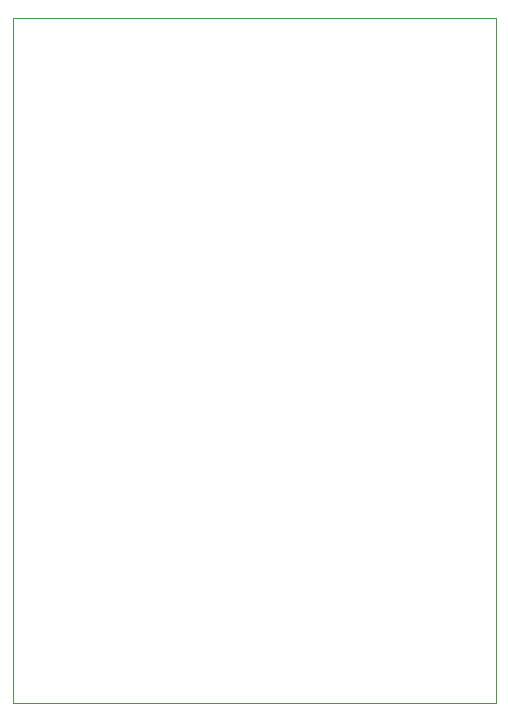
<source format=gm1>
%TF.GenerationSoftware,KiCad,Pcbnew,9.0.0*%
%TF.CreationDate,2025-02-27T15:43:31+01:00*%
%TF.ProjectId,upsy-desky,75707379-2d64-4657-936b-792e6b696361,rev?*%
%TF.SameCoordinates,Original*%
%TF.FileFunction,Profile,NP*%
%FSLAX46Y46*%
G04 Gerber Fmt 4.6, Leading zero omitted, Abs format (unit mm)*
G04 Created by KiCad (PCBNEW 9.0.0) date 2025-02-27 15:43:31*
%MOMM*%
%LPD*%
G01*
G04 APERTURE LIST*
%TA.AperFunction,Profile*%
%ADD10C,0.100000*%
%TD*%
G04 APERTURE END LIST*
D10*
X126238000Y-70993000D02*
X167132000Y-70993000D01*
X167132000Y-129032000D01*
X126238000Y-129032000D01*
X126238000Y-70993000D01*
M02*

</source>
